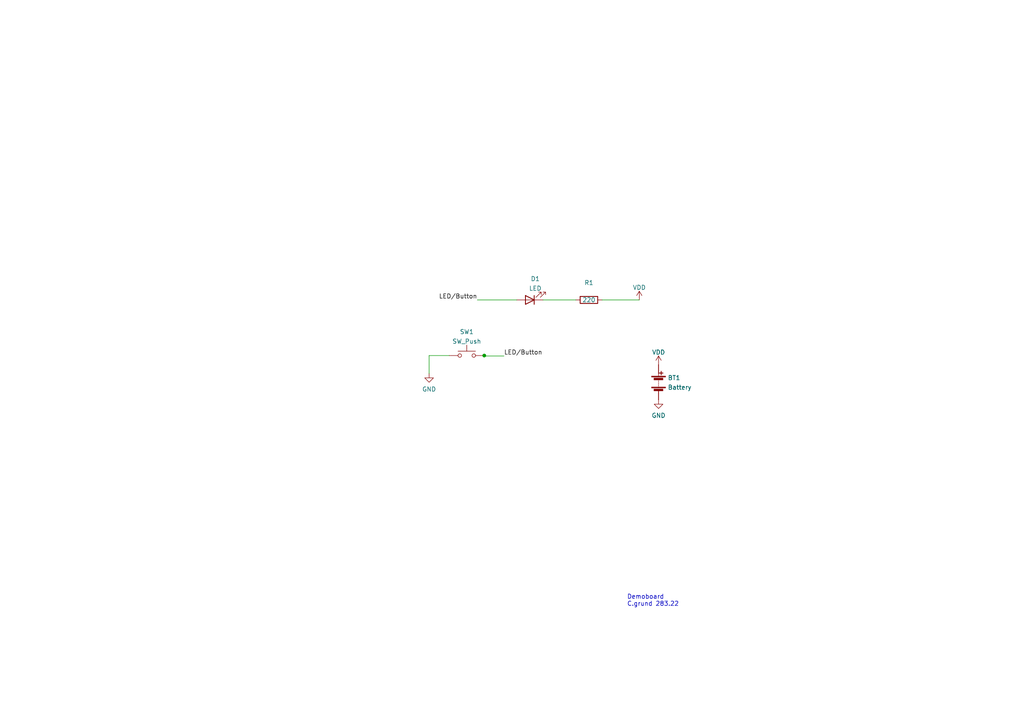
<source format=kicad_sch>
(kicad_sch (version 20211123) (generator eeschema)
  (paper "A4")
  (lib_symbols
    (symbol "Device:Battery" (pin_numbers hide) (pin_names (offset 0) hide)
      (property "Reference" "BT" (at 2.54 2.54 0))
      (property "Value" "Battery" (at 2.54 0 0))
      (symbol "Battery_0_1"
        (rectangle (start -2.032 -1.397) (end 2.032 -1.651) (fill (type outline)))
        (rectangle (start -2.032 1.778) (end 2.032 1.524) (fill (type outline)))
        (rectangle (start -1.3208 -1.9812) (end 1.27 -2.4892) (fill (type outline)))
        (rectangle (start -1.3208 1.1938) (end 1.27 0.6858) (fill (type outline)))
        (polyline (pts (xy 0 -1.524) (xy 0 -1.27)))
        (polyline (pts (xy 0 -1.016) (xy 0 -0.762)))
        (polyline (pts (xy 0 -0.508) (xy 0 -0.254)))
        (polyline (pts (xy 0 0) (xy 0 0.254)))
        (polyline (pts (xy 0 0.508) (xy 0 0.762)))
        (polyline (pts (xy 0 1.778) (xy 0 2.54)))
        (polyline (pts (xy 0.254 2.667) (xy 1.27 2.667)) (stroke (width 0.254)))
        (polyline (pts (xy 0.762 3.175) (xy 0.762 2.159)) (stroke (width 0.254)))
      )
      (symbol "Battery_1_1"
        (pin passive line (at 0 5.08 270) (length 2.54) (name "+") (number "1"))
        (pin passive line (at 0 -5.08 90) (length 2.54) (name "-") (number "2"))
      )
    )
    (symbol "Device:LED" (pin_numbers hide) (pin_names (offset 1.016) hide)
      (property "Reference" "D" (at 0 2.54 0))
      (property "Value" "LED" (at 0 -2.54 0))
      (symbol "LED_0_1"
        (polyline (pts (xy -1.27 -1.27) (xy -1.27 1.27)) (stroke (width 0.254)))
        (polyline (pts (xy -1.27 0) (xy 1.27 0)))
        (polyline (pts (xy 1.27 -1.27) (xy 1.27 1.27) (xy -1.27 0) (xy 1.27 -1.27)) (stroke (width 0.254)))
        (polyline (pts (xy -3.048 -0.762) (xy -4.572 -2.286) (xy -3.81 -2.286) (xy -4.572 -2.286) (xy -4.572 -1.524)))
        (polyline (pts (xy -1.778 -0.762) (xy -3.302 -2.286) (xy -2.54 -2.286) (xy -3.302 -2.286) (xy -3.302 -1.524)))
      )
      (symbol "LED_1_1"
        (pin passive line (at -3.81 0 0) (length 2.54) (name "K") (number "1"))
        (pin passive line (at 3.81 0 180) (length 2.54) (name "A") (number "2"))
      )
    )
    (symbol "Device:R" (pin_numbers hide) (pin_names (offset 0))
      (property "Reference" "R" (at 2.032 0 90))
      (property "Value" "R" (at 0 0 90))
      (symbol "R_0_1"
        (rectangle (start -1.016 -2.54) (end 1.016 2.54) (stroke (width 0.254)))
      )
      (symbol "R_1_1"
        (pin passive line (at 0 3.81 270) (length 1.27) (name "~") (number "1"))
        (pin passive line (at 0 -3.81 90) (length 1.27) (name "~") (number "2"))
      )
    )
    (symbol "Switch:SW_Push" (pin_numbers hide) (pin_names (offset 1.016) hide)
      (property "Reference" "SW" (at 1.27 2.54 0))
      (property "Value" "SW_Push" (at 0 -1.524 0))
      (symbol "SW_Push_0_1"
        (circle (center -2.032 0) (radius 0.508))
        (polyline (pts (xy 0 1.27) (xy 0 3.048)))
        (polyline (pts (xy 2.54 1.27) (xy -2.54 1.27)))
        (circle (center 2.032 0) (radius 0.508))
        (pin passive line (at -5.08 0 0) (length 2.54) (name "1") (number "1"))
        (pin passive line (at 5.08 0 180) (length 2.54) (name "2") (number "2"))
      )
    )
    (symbol "power:GND" (power) (pin_names (offset 0))
      (property "Value" "GND" (at 0 -3.81 0))
      (symbol "GND_0_1"
        (polyline (pts (xy 0 0) (xy 0 -1.27) (xy 1.27 -1.27) (xy 0 -2.54) (xy -1.27 -1.27) (xy 0 -1.27)))
      )
      (symbol "GND_1_1"
        (pin power_in line (at 0 0 270) (length 0) hide (name "GND") (number "1"))
      )
    )
    (symbol "power:VDD" (power) (pin_names (offset 0))
      (property "Value" "VDD" (at 0 3.81 0))
      (symbol "VDD_0_1"
        (polyline (pts (xy -0.762 1.27) (xy 0 2.54)))
        (polyline (pts (xy 0 0) (xy 0 2.54)))
        (polyline (pts (xy 0 2.54) (xy 0.762 1.27)))
      )
      (symbol "VDD_1_1"
        (pin power_in line (at 0 0 90) (length 0) hide (name "VDD") (number "1"))
      )
    )
  )
  (junction (at 140.462 103.124))
  (wire (pts (xy 174.625 86.995) (xy 185.42 86.995)))
  (wire (pts (xy 124.46 108.331) (xy 124.46 103.124)))
  (wire (pts (xy 124.46 103.124) (xy 130.302 103.124)))
  (wire (pts (xy 138.43 86.995) (xy 149.86 86.995)))
  (wire (pts (xy 157.48 86.995) (xy 167.005 86.995)))
  (wire (pts (xy 140.462 103.251) (xy 140.462 103.124)))
  (wire (pts (xy 146.177 103.251) (xy 140.462 103.251)))
  (text "Demoboard\nC.grund 283.22" (at 181.864 176.022 0) (effects (font (size 1.27 1.27)) (justify left bottom)))
  (label "LED{slash}Button" (at 138.43 86.995 180))
  (label "LED{slash}Button" (at 146.177 103.251 0))
  (symbol (lib_id "power:VDD") (at 191.008 105.791 0) (unit 1)
    (property "Reference" "#PWR0103" (effects hide))
    (property "Value" "VDD" (at 191.008 102.1865 0))
  )
  (symbol (lib_id "Device:LED") (at 153.67 86.995 180) (unit 1)
    (property "Reference" "D1" (at 155.2575 80.8695 0))
    (property "Value" "LED" (at 155.2575 83.6446 0))
    (property "Footprint" "LED_SMD:LED_0603_1608Metric_Pad1.05x0.95mm_HandSolder" (effects hide))
  )
  (symbol (lib_id "power:VDD") (at 185.42 86.995 0) (unit 1)
    (property "Reference" "#PWR0101" (effects hide))
    (property "Value" "VDD" (at 185.42 83.3905 0))
  )
  (symbol (lib_id "Device:R") (at 170.815 86.995 90) (unit 1)
    (property "Reference" "R1" (at 170.815 82.0125 90))
    (property "Value" "220" (at 170.815 86.995 90))
    (property "Footprint" "Resistor_SMD:R_0603_1608Metric_Pad0.98x0.95mm_HandSolder" (effects hide))
  )
  (symbol (lib_id "Device:Battery") (at 191.008 110.871 0) (unit 1)
    (property "Reference" "BT1" (at 193.675 109.5815 0) (effects (justify left)))
    (property "Value" "Battery" (at 193.675 112.3566 0) (effects (justify left)))
    (property "Footprint" "Battery:BatteryHolder_Keystone_2462_2xAA" (effects hide))
  )
  (symbol (lib_id "power:GND") (at 191.008 115.951 0) (unit 1)
    (property "Reference" "#PWR0102" (effects hide))
    (property "Value" "GND" (at 191.008 120.5135 0))
  )
  (symbol (lib_id "Switch:SW_Push") (at 135.382 103.124 0) (unit 1)
    (property "Reference" "SW1" (at 135.382 96.2365 0))
    (property "Value" "SW_Push" (at 135.382 99.0116 0))
    (property "Footprint" "Button_Switch_THT:SW_PUSH-12mm" (effects hide))
  )
  (symbol (lib_id "power:GND") (at 124.46 108.331 0) (unit 1)
    (property "Reference" "#PWR0104" (effects hide))
    (property "Value" "GND" (at 124.46 112.8935 0))
  )
)
</source>
